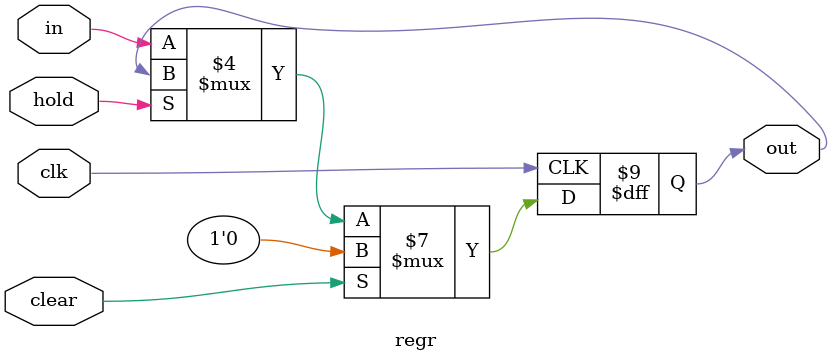
<source format=v>
`timescale 1ns / 1ps
module regr (
	input clk,
	input clear,
	input hold,
	input wire [N-1:0] in,
	output reg [N-1:0] out);

	parameter N = 1;

	initial begin
		out <= {N{1'b0}};
	end;
	always @(posedge clk) begin
		if (clear)
			out <= {N{1'b0}};
		else if (hold)
			out <= out;
		else
			out <= in;
	end
	
endmodule
</source>
